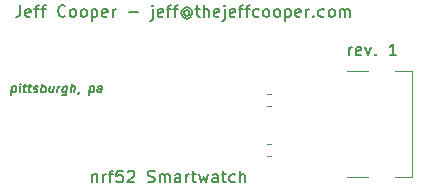
<source format=gbr>
%TF.GenerationSoftware,KiCad,Pcbnew,(5.99.0-8775-g06a515339c)*%
%TF.CreationDate,2021-02-12T20:04:27-05:00*%
%TF.ProjectId,dock,646f636b-2e6b-4696-9361-645f70636258,rev?*%
%TF.SameCoordinates,Original*%
%TF.FileFunction,Legend,Top*%
%TF.FilePolarity,Positive*%
%FSLAX46Y46*%
G04 Gerber Fmt 4.6, Leading zero omitted, Abs format (unit mm)*
G04 Created by KiCad (PCBNEW (5.99.0-8775-g06a515339c)) date 2021-02-12 20:04:27*
%MOMM*%
%LPD*%
G01*
G04 APERTURE LIST*
%ADD10C,0.187500*%
%ADD11C,0.200000*%
%ADD12C,0.120000*%
G04 APERTURE END LIST*
D10*
X-5991562Y-1839285D02*
X-6085312Y-2589285D01*
X-5996026Y-1875000D02*
X-5920133Y-1839285D01*
X-5777276Y-1839285D01*
X-5710312Y-1875000D01*
X-5679062Y-1910714D01*
X-5652276Y-1982142D01*
X-5679062Y-2196428D01*
X-5723705Y-2267857D01*
X-5763883Y-2303571D01*
X-5839776Y-2339285D01*
X-5982633Y-2339285D01*
X-6049598Y-2303571D01*
X-5375491Y-2339285D02*
X-5312991Y-1839285D01*
X-5281741Y-1589285D02*
X-5321919Y-1625000D01*
X-5290669Y-1660714D01*
X-5250491Y-1625000D01*
X-5281741Y-1589285D01*
X-5290669Y-1660714D01*
X-5062991Y-1839285D02*
X-4777276Y-1839285D01*
X-4924598Y-1589285D02*
X-5004955Y-2232142D01*
X-4978169Y-2303571D01*
X-4911205Y-2339285D01*
X-4839776Y-2339285D01*
X-4634419Y-1839285D02*
X-4348705Y-1839285D01*
X-4496026Y-1589285D02*
X-4576383Y-2232142D01*
X-4549598Y-2303571D01*
X-4482633Y-2339285D01*
X-4411205Y-2339285D01*
X-4192455Y-2303571D02*
X-4125491Y-2339285D01*
X-3982633Y-2339285D01*
X-3906741Y-2303571D01*
X-3862098Y-2232142D01*
X-3857633Y-2196428D01*
X-3884419Y-2125000D01*
X-3951383Y-2089285D01*
X-4058526Y-2089285D01*
X-4125491Y-2053571D01*
X-4152276Y-1982142D01*
X-4147812Y-1946428D01*
X-4103169Y-1875000D01*
X-4027276Y-1839285D01*
X-3920133Y-1839285D01*
X-3853169Y-1875000D01*
X-3554062Y-2339285D02*
X-3460312Y-1589285D01*
X-3496026Y-1875000D02*
X-3420133Y-1839285D01*
X-3277276Y-1839285D01*
X-3210312Y-1875000D01*
X-3179062Y-1910714D01*
X-3152276Y-1982142D01*
X-3179062Y-2196428D01*
X-3223705Y-2267857D01*
X-3263883Y-2303571D01*
X-3339776Y-2339285D01*
X-3482633Y-2339285D01*
X-3549598Y-2303571D01*
X-2491562Y-1839285D02*
X-2554062Y-2339285D01*
X-2812991Y-1839285D02*
X-2862098Y-2232142D01*
X-2835312Y-2303571D01*
X-2768348Y-2339285D01*
X-2661205Y-2339285D01*
X-2585312Y-2303571D01*
X-2545133Y-2267857D01*
X-2196919Y-2339285D02*
X-2134419Y-1839285D01*
X-2152276Y-1982142D02*
X-2107633Y-1910714D01*
X-2067455Y-1875000D01*
X-1991562Y-1839285D01*
X-1920133Y-1839285D01*
X-1348705Y-1839285D02*
X-1424598Y-2446428D01*
X-1469241Y-2517857D01*
X-1509419Y-2553571D01*
X-1585312Y-2589285D01*
X-1692455Y-2589285D01*
X-1759419Y-2553571D01*
X-1406741Y-2303571D02*
X-1482633Y-2339285D01*
X-1625491Y-2339285D01*
X-1692455Y-2303571D01*
X-1723705Y-2267857D01*
X-1750491Y-2196428D01*
X-1723705Y-1982142D01*
X-1679062Y-1910714D01*
X-1638883Y-1875000D01*
X-1562991Y-1839285D01*
X-1420133Y-1839285D01*
X-1353169Y-1875000D01*
X-1054062Y-2339285D02*
X-960312Y-1589285D01*
X-732633Y-2339285D02*
X-683526Y-1946428D01*
X-710312Y-1875000D01*
X-777276Y-1839285D01*
X-884419Y-1839285D01*
X-960312Y-1875000D01*
X-1000491Y-1910714D01*
X-335312Y-2303571D02*
X-339776Y-2339285D01*
X-384419Y-2410714D01*
X-424598Y-2446428D01*
X615580Y-1839285D02*
X521830Y-2589285D01*
X611116Y-1875000D02*
X687008Y-1839285D01*
X829866Y-1839285D01*
X896830Y-1875000D01*
X928080Y-1910714D01*
X954866Y-1982142D01*
X928080Y-2196428D01*
X883437Y-2267857D01*
X843258Y-2303571D01*
X767366Y-2339285D01*
X624508Y-2339285D01*
X557544Y-2303571D01*
X1553080Y-2339285D02*
X1602187Y-1946428D01*
X1575401Y-1875000D01*
X1508437Y-1839285D01*
X1365580Y-1839285D01*
X1289687Y-1875000D01*
X1557544Y-2303571D02*
X1481651Y-2339285D01*
X1303080Y-2339285D01*
X1236116Y-2303571D01*
X1209330Y-2232142D01*
X1218258Y-2160714D01*
X1262901Y-2089285D01*
X1338794Y-2053571D01*
X1517366Y-2053571D01*
X1593258Y-2017857D01*
D11*
X22523809Y797619D02*
X22523809Y1464285D01*
X22523809Y1273809D02*
X22571428Y1369047D01*
X22619047Y1416666D01*
X22714285Y1464285D01*
X22809523Y1464285D01*
X23523809Y845238D02*
X23428571Y797619D01*
X23238095Y797619D01*
X23142857Y845238D01*
X23095238Y940476D01*
X23095238Y1321428D01*
X23142857Y1416666D01*
X23238095Y1464285D01*
X23428571Y1464285D01*
X23523809Y1416666D01*
X23571428Y1321428D01*
X23571428Y1226190D01*
X23095238Y1130952D01*
X23904761Y1464285D02*
X24142857Y797619D01*
X24380952Y1464285D01*
X24761904Y892857D02*
X24809523Y845238D01*
X24761904Y797619D01*
X24714285Y845238D01*
X24761904Y892857D01*
X24761904Y797619D01*
X26523809Y797619D02*
X25952380Y797619D01*
X26238095Y797619D02*
X26238095Y1797619D01*
X26142857Y1654761D01*
X26047619Y1559523D01*
X25952380Y1511904D01*
X773809Y-9285714D02*
X773809Y-9952380D01*
X773809Y-9380952D02*
X821428Y-9333333D01*
X916666Y-9285714D01*
X1059523Y-9285714D01*
X1154761Y-9333333D01*
X1202380Y-9428571D01*
X1202380Y-9952380D01*
X1678571Y-9952380D02*
X1678571Y-9285714D01*
X1678571Y-9476190D02*
X1726190Y-9380952D01*
X1773809Y-9333333D01*
X1869047Y-9285714D01*
X1964285Y-9285714D01*
X2154761Y-9285714D02*
X2535714Y-9285714D01*
X2297619Y-9952380D02*
X2297619Y-9095238D01*
X2345238Y-9000000D01*
X2440476Y-8952380D01*
X2535714Y-8952380D01*
X3345238Y-8952380D02*
X2869047Y-8952380D01*
X2821428Y-9428571D01*
X2869047Y-9380952D01*
X2964285Y-9333333D01*
X3202380Y-9333333D01*
X3297619Y-9380952D01*
X3345238Y-9428571D01*
X3392857Y-9523809D01*
X3392857Y-9761904D01*
X3345238Y-9857142D01*
X3297619Y-9904761D01*
X3202380Y-9952380D01*
X2964285Y-9952380D01*
X2869047Y-9904761D01*
X2821428Y-9857142D01*
X3773809Y-9047619D02*
X3821428Y-9000000D01*
X3916666Y-8952380D01*
X4154761Y-8952380D01*
X4250000Y-9000000D01*
X4297619Y-9047619D01*
X4345238Y-9142857D01*
X4345238Y-9238095D01*
X4297619Y-9380952D01*
X3726190Y-9952380D01*
X4345238Y-9952380D01*
X5488095Y-9904761D02*
X5630952Y-9952380D01*
X5869047Y-9952380D01*
X5964285Y-9904761D01*
X6011904Y-9857142D01*
X6059523Y-9761904D01*
X6059523Y-9666666D01*
X6011904Y-9571428D01*
X5964285Y-9523809D01*
X5869047Y-9476190D01*
X5678571Y-9428571D01*
X5583333Y-9380952D01*
X5535714Y-9333333D01*
X5488095Y-9238095D01*
X5488095Y-9142857D01*
X5535714Y-9047619D01*
X5583333Y-9000000D01*
X5678571Y-8952380D01*
X5916666Y-8952380D01*
X6059523Y-9000000D01*
X6488095Y-9952380D02*
X6488095Y-9285714D01*
X6488095Y-9380952D02*
X6535714Y-9333333D01*
X6630952Y-9285714D01*
X6773809Y-9285714D01*
X6869047Y-9333333D01*
X6916666Y-9428571D01*
X6916666Y-9952380D01*
X6916666Y-9428571D02*
X6964285Y-9333333D01*
X7059523Y-9285714D01*
X7202380Y-9285714D01*
X7297619Y-9333333D01*
X7345238Y-9428571D01*
X7345238Y-9952380D01*
X8250000Y-9952380D02*
X8250000Y-9428571D01*
X8202380Y-9333333D01*
X8107142Y-9285714D01*
X7916666Y-9285714D01*
X7821428Y-9333333D01*
X8250000Y-9904761D02*
X8154761Y-9952380D01*
X7916666Y-9952380D01*
X7821428Y-9904761D01*
X7773809Y-9809523D01*
X7773809Y-9714285D01*
X7821428Y-9619047D01*
X7916666Y-9571428D01*
X8154761Y-9571428D01*
X8250000Y-9523809D01*
X8726190Y-9952380D02*
X8726190Y-9285714D01*
X8726190Y-9476190D02*
X8773809Y-9380952D01*
X8821428Y-9333333D01*
X8916666Y-9285714D01*
X9011904Y-9285714D01*
X9202380Y-9285714D02*
X9583333Y-9285714D01*
X9345238Y-8952380D02*
X9345238Y-9809523D01*
X9392857Y-9904761D01*
X9488095Y-9952380D01*
X9583333Y-9952380D01*
X9821428Y-9285714D02*
X10011904Y-9952380D01*
X10202380Y-9476190D01*
X10392857Y-9952380D01*
X10583333Y-9285714D01*
X11392857Y-9952380D02*
X11392857Y-9428571D01*
X11345238Y-9333333D01*
X11249999Y-9285714D01*
X11059523Y-9285714D01*
X10964285Y-9333333D01*
X11392857Y-9904761D02*
X11297619Y-9952380D01*
X11059523Y-9952380D01*
X10964285Y-9904761D01*
X10916666Y-9809523D01*
X10916666Y-9714285D01*
X10964285Y-9619047D01*
X11059523Y-9571428D01*
X11297619Y-9571428D01*
X11392857Y-9523809D01*
X11726190Y-9285714D02*
X12107142Y-9285714D01*
X11869047Y-8952380D02*
X11869047Y-9809523D01*
X11916666Y-9904761D01*
X12011904Y-9952380D01*
X12107142Y-9952380D01*
X12869047Y-9904761D02*
X12773809Y-9952380D01*
X12583333Y-9952380D01*
X12488095Y-9904761D01*
X12440476Y-9857142D01*
X12392857Y-9761904D01*
X12392857Y-9476190D01*
X12440476Y-9380952D01*
X12488095Y-9333333D01*
X12583333Y-9285714D01*
X12773809Y-9285714D01*
X12869047Y-9333333D01*
X13297619Y-9952380D02*
X13297619Y-8952380D01*
X13726190Y-9952380D02*
X13726190Y-9428571D01*
X13678571Y-9333333D01*
X13583333Y-9285714D01*
X13440476Y-9285714D01*
X13345238Y-9333333D01*
X13297619Y-9380952D01*
X-5309523Y5047619D02*
X-5309523Y4333333D01*
X-5357142Y4190476D01*
X-5452380Y4095238D01*
X-5595238Y4047619D01*
X-5690476Y4047619D01*
X-4452380Y4095238D02*
X-4547619Y4047619D01*
X-4738095Y4047619D01*
X-4833333Y4095238D01*
X-4880952Y4190476D01*
X-4880952Y4571428D01*
X-4833333Y4666666D01*
X-4738095Y4714285D01*
X-4547619Y4714285D01*
X-4452380Y4666666D01*
X-4404761Y4571428D01*
X-4404761Y4476190D01*
X-4880952Y4380952D01*
X-4119047Y4714285D02*
X-3738095Y4714285D01*
X-3976190Y4047619D02*
X-3976190Y4904761D01*
X-3928571Y5000000D01*
X-3833333Y5047619D01*
X-3738095Y5047619D01*
X-3547619Y4714285D02*
X-3166666Y4714285D01*
X-3404761Y4047619D02*
X-3404761Y4904761D01*
X-3357142Y5000000D01*
X-3261904Y5047619D01*
X-3166666Y5047619D01*
X-1500000Y4142857D02*
X-1547619Y4095238D01*
X-1690476Y4047619D01*
X-1785714Y4047619D01*
X-1928571Y4095238D01*
X-2023809Y4190476D01*
X-2071428Y4285714D01*
X-2119047Y4476190D01*
X-2119047Y4619047D01*
X-2071428Y4809523D01*
X-2023809Y4904761D01*
X-1928571Y5000000D01*
X-1785714Y5047619D01*
X-1690476Y5047619D01*
X-1547619Y5000000D01*
X-1500000Y4952380D01*
X-928571Y4047619D02*
X-1023809Y4095238D01*
X-1071428Y4142857D01*
X-1119047Y4238095D01*
X-1119047Y4523809D01*
X-1071428Y4619047D01*
X-1023809Y4666666D01*
X-928571Y4714285D01*
X-785714Y4714285D01*
X-690476Y4666666D01*
X-642857Y4619047D01*
X-595238Y4523809D01*
X-595238Y4238095D01*
X-642857Y4142857D01*
X-690476Y4095238D01*
X-785714Y4047619D01*
X-928571Y4047619D01*
X-23809Y4047619D02*
X-119047Y4095238D01*
X-166666Y4142857D01*
X-214285Y4238095D01*
X-214285Y4523809D01*
X-166666Y4619047D01*
X-119047Y4666666D01*
X-23809Y4714285D01*
X119047Y4714285D01*
X214285Y4666666D01*
X261904Y4619047D01*
X309523Y4523809D01*
X309523Y4238095D01*
X261904Y4142857D01*
X214285Y4095238D01*
X119047Y4047619D01*
X-23809Y4047619D01*
X738095Y4714285D02*
X738095Y3714285D01*
X738095Y4666666D02*
X833333Y4714285D01*
X1023809Y4714285D01*
X1119047Y4666666D01*
X1166666Y4619047D01*
X1214285Y4523809D01*
X1214285Y4238095D01*
X1166666Y4142857D01*
X1119047Y4095238D01*
X1023809Y4047619D01*
X833333Y4047619D01*
X738095Y4095238D01*
X2023809Y4095238D02*
X1928571Y4047619D01*
X1738095Y4047619D01*
X1642857Y4095238D01*
X1595238Y4190476D01*
X1595238Y4571428D01*
X1642857Y4666666D01*
X1738095Y4714285D01*
X1928571Y4714285D01*
X2023809Y4666666D01*
X2071428Y4571428D01*
X2071428Y4476190D01*
X1595238Y4380952D01*
X2499999Y4047619D02*
X2499999Y4714285D01*
X2499999Y4523809D02*
X2547619Y4619047D01*
X2595238Y4666666D01*
X2690476Y4714285D01*
X2785714Y4714285D01*
X3880952Y4428571D02*
X4642857Y4428571D01*
X5880952Y4714285D02*
X5880952Y3857142D01*
X5833333Y3761904D01*
X5738095Y3714285D01*
X5690476Y3714285D01*
X5880952Y5047619D02*
X5833333Y5000000D01*
X5880952Y4952380D01*
X5928571Y5000000D01*
X5880952Y5047619D01*
X5880952Y4952380D01*
X6738095Y4095238D02*
X6642857Y4047619D01*
X6452380Y4047619D01*
X6357142Y4095238D01*
X6309523Y4190476D01*
X6309523Y4571428D01*
X6357142Y4666666D01*
X6452380Y4714285D01*
X6642857Y4714285D01*
X6738095Y4666666D01*
X6785714Y4571428D01*
X6785714Y4476190D01*
X6309523Y4380952D01*
X7071428Y4714285D02*
X7452380Y4714285D01*
X7214285Y4047619D02*
X7214285Y4904761D01*
X7261904Y5000000D01*
X7357142Y5047619D01*
X7452380Y5047619D01*
X7642857Y4714285D02*
X8023809Y4714285D01*
X7785714Y4047619D02*
X7785714Y4904761D01*
X7833333Y5000000D01*
X7928571Y5047619D01*
X8023809Y5047619D01*
X8976190Y4523809D02*
X8928571Y4571428D01*
X8833333Y4619047D01*
X8738095Y4619047D01*
X8642857Y4571428D01*
X8595238Y4523809D01*
X8547619Y4428571D01*
X8547619Y4333333D01*
X8595238Y4238095D01*
X8642857Y4190476D01*
X8738095Y4142857D01*
X8833333Y4142857D01*
X8928571Y4190476D01*
X8976190Y4238095D01*
X8976190Y4619047D02*
X8976190Y4238095D01*
X9023809Y4190476D01*
X9071428Y4190476D01*
X9166666Y4238095D01*
X9214285Y4333333D01*
X9214285Y4571428D01*
X9119047Y4714285D01*
X8976190Y4809523D01*
X8785714Y4857142D01*
X8595238Y4809523D01*
X8452380Y4714285D01*
X8357142Y4571428D01*
X8309523Y4380952D01*
X8357142Y4190476D01*
X8452380Y4047619D01*
X8595238Y3952380D01*
X8785714Y3904761D01*
X8976190Y3952380D01*
X9119047Y4047619D01*
X9499999Y4714285D02*
X9880952Y4714285D01*
X9642857Y5047619D02*
X9642857Y4190476D01*
X9690476Y4095238D01*
X9785714Y4047619D01*
X9880952Y4047619D01*
X10214285Y4047619D02*
X10214285Y5047619D01*
X10642857Y4047619D02*
X10642857Y4571428D01*
X10595238Y4666666D01*
X10499999Y4714285D01*
X10357142Y4714285D01*
X10261904Y4666666D01*
X10214285Y4619047D01*
X11499999Y4095238D02*
X11404761Y4047619D01*
X11214285Y4047619D01*
X11119047Y4095238D01*
X11071428Y4190476D01*
X11071428Y4571428D01*
X11119047Y4666666D01*
X11214285Y4714285D01*
X11404761Y4714285D01*
X11499999Y4666666D01*
X11547619Y4571428D01*
X11547619Y4476190D01*
X11071428Y4380952D01*
X11976190Y4714285D02*
X11976190Y3857142D01*
X11928571Y3761904D01*
X11833333Y3714285D01*
X11785714Y3714285D01*
X11976190Y5047619D02*
X11928571Y5000000D01*
X11976190Y4952380D01*
X12023809Y5000000D01*
X11976190Y5047619D01*
X11976190Y4952380D01*
X12833333Y4095238D02*
X12738095Y4047619D01*
X12547619Y4047619D01*
X12452380Y4095238D01*
X12404761Y4190476D01*
X12404761Y4571428D01*
X12452380Y4666666D01*
X12547619Y4714285D01*
X12738095Y4714285D01*
X12833333Y4666666D01*
X12880952Y4571428D01*
X12880952Y4476190D01*
X12404761Y4380952D01*
X13166666Y4714285D02*
X13547619Y4714285D01*
X13309523Y4047619D02*
X13309523Y4904761D01*
X13357142Y5000000D01*
X13452380Y5047619D01*
X13547619Y5047619D01*
X13738095Y4714285D02*
X14119047Y4714285D01*
X13880952Y4047619D02*
X13880952Y4904761D01*
X13928571Y5000000D01*
X14023809Y5047619D01*
X14119047Y5047619D01*
X14880952Y4095238D02*
X14785714Y4047619D01*
X14595238Y4047619D01*
X14499999Y4095238D01*
X14452380Y4142857D01*
X14404761Y4238095D01*
X14404761Y4523809D01*
X14452380Y4619047D01*
X14499999Y4666666D01*
X14595238Y4714285D01*
X14785714Y4714285D01*
X14880952Y4666666D01*
X15452380Y4047619D02*
X15357142Y4095238D01*
X15309523Y4142857D01*
X15261904Y4238095D01*
X15261904Y4523809D01*
X15309523Y4619047D01*
X15357142Y4666666D01*
X15452380Y4714285D01*
X15595238Y4714285D01*
X15690476Y4666666D01*
X15738095Y4619047D01*
X15785714Y4523809D01*
X15785714Y4238095D01*
X15738095Y4142857D01*
X15690476Y4095238D01*
X15595238Y4047619D01*
X15452380Y4047619D01*
X16357142Y4047619D02*
X16261904Y4095238D01*
X16214285Y4142857D01*
X16166666Y4238095D01*
X16166666Y4523809D01*
X16214285Y4619047D01*
X16261904Y4666666D01*
X16357142Y4714285D01*
X16499999Y4714285D01*
X16595238Y4666666D01*
X16642857Y4619047D01*
X16690476Y4523809D01*
X16690476Y4238095D01*
X16642857Y4142857D01*
X16595238Y4095238D01*
X16499999Y4047619D01*
X16357142Y4047619D01*
X17119047Y4714285D02*
X17119047Y3714285D01*
X17119047Y4666666D02*
X17214285Y4714285D01*
X17404761Y4714285D01*
X17499999Y4666666D01*
X17547619Y4619047D01*
X17595238Y4523809D01*
X17595238Y4238095D01*
X17547619Y4142857D01*
X17499999Y4095238D01*
X17404761Y4047619D01*
X17214285Y4047619D01*
X17119047Y4095238D01*
X18404761Y4095238D02*
X18309523Y4047619D01*
X18119047Y4047619D01*
X18023809Y4095238D01*
X17976190Y4190476D01*
X17976190Y4571428D01*
X18023809Y4666666D01*
X18119047Y4714285D01*
X18309523Y4714285D01*
X18404761Y4666666D01*
X18452380Y4571428D01*
X18452380Y4476190D01*
X17976190Y4380952D01*
X18880952Y4047619D02*
X18880952Y4714285D01*
X18880952Y4523809D02*
X18928571Y4619047D01*
X18976190Y4666666D01*
X19071428Y4714285D01*
X19166666Y4714285D01*
X19499999Y4142857D02*
X19547619Y4095238D01*
X19499999Y4047619D01*
X19452380Y4095238D01*
X19499999Y4142857D01*
X19499999Y4047619D01*
X20404761Y4095238D02*
X20309523Y4047619D01*
X20119047Y4047619D01*
X20023809Y4095238D01*
X19976190Y4142857D01*
X19928571Y4238095D01*
X19928571Y4523809D01*
X19976190Y4619047D01*
X20023809Y4666666D01*
X20119047Y4714285D01*
X20309523Y4714285D01*
X20404761Y4666666D01*
X20976190Y4047619D02*
X20880952Y4095238D01*
X20833333Y4142857D01*
X20785714Y4238095D01*
X20785714Y4523809D01*
X20833333Y4619047D01*
X20880952Y4666666D01*
X20976190Y4714285D01*
X21119047Y4714285D01*
X21214285Y4666666D01*
X21261904Y4619047D01*
X21309523Y4523809D01*
X21309523Y4238095D01*
X21261904Y4142857D01*
X21214285Y4095238D01*
X21119047Y4047619D01*
X20976190Y4047619D01*
X21738095Y4047619D02*
X21738095Y4714285D01*
X21738095Y4619047D02*
X21785714Y4666666D01*
X21880952Y4714285D01*
X22023809Y4714285D01*
X22119047Y4666666D01*
X22166666Y4571428D01*
X22166666Y4047619D01*
X22166666Y4571428D02*
X22214285Y4666666D01*
X22309523Y4714285D01*
X22452380Y4714285D01*
X22547619Y4666666D01*
X22595238Y4571428D01*
X22595238Y4047619D01*
D12*
%TO.C,R2*%
X15875279Y-2490000D02*
X15549721Y-2490000D01*
X15875279Y-3510000D02*
X15549721Y-3510000D01*
%TO.C,R1*%
X15875279Y-6740000D02*
X15549721Y-6740000D01*
X15875279Y-7760000D02*
X15549721Y-7760000D01*
%TO.C,J1*%
X22330000Y-9470000D02*
X24130000Y-9470000D01*
X27840000Y-9470000D02*
X26380000Y-9470000D01*
X27840000Y-530000D02*
X26380000Y-530000D01*
X22330000Y-530000D02*
X24130000Y-530000D01*
X27840000Y-530000D02*
X27840000Y-9470000D01*
%TD*%
M02*

</source>
